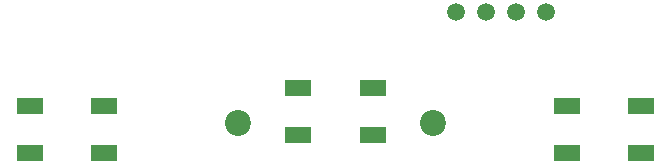
<source format=gts>
G04 (created by PCBNEW (2013-jul-07)-stable) date Wed 26 Aug 2015 08:58:33 PM EDT*
%MOIN*%
G04 Gerber Fmt 3.4, Leading zero omitted, Abs format*
%FSLAX34Y34*%
G01*
G70*
G90*
G04 APERTURE LIST*
%ADD10C,0.00590551*%
%ADD11C,0.0866142*%
%ADD12C,0.0590551*%
%ADD13R,0.0906X0.0551*%
G04 APERTURE END LIST*
G54D10*
G54D11*
X106397Y-50787D03*
G54D12*
X107165Y-47090D03*
X109165Y-47090D03*
X108165Y-47090D03*
X110165Y-47090D03*
G54D13*
X92952Y-50196D03*
X95432Y-51771D03*
X95432Y-50197D03*
X92952Y-51771D03*
X101909Y-49605D03*
X104389Y-51180D03*
X104389Y-49606D03*
X101909Y-51180D03*
X110866Y-50196D03*
X113346Y-51771D03*
X113346Y-50197D03*
X110866Y-51771D03*
G54D11*
X99901Y-50787D03*
M02*

</source>
